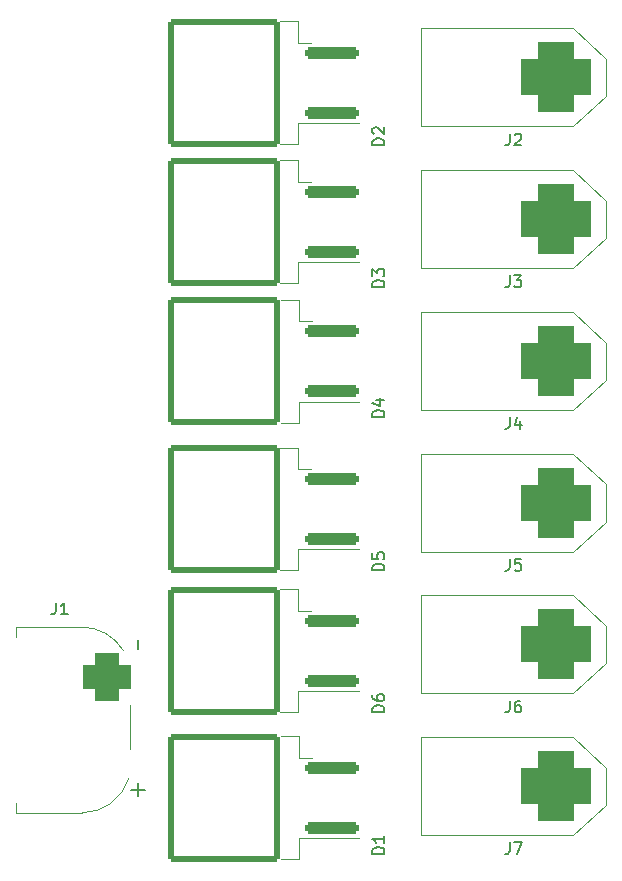
<source format=gto>
G04 #@! TF.GenerationSoftware,KiCad,Pcbnew,7.0.1*
G04 #@! TF.CreationDate,2023-04-21T09:31:29-07:00*
G04 #@! TF.ProjectId,xt60_array,78743630-5f61-4727-9261-792e6b696361,rev?*
G04 #@! TF.SameCoordinates,Original*
G04 #@! TF.FileFunction,Legend,Top*
G04 #@! TF.FilePolarity,Positive*
%FSLAX46Y46*%
G04 Gerber Fmt 4.6, Leading zero omitted, Abs format (unit mm)*
G04 Created by KiCad (PCBNEW 7.0.1) date 2023-04-21 09:31:29*
%MOMM*%
%LPD*%
G01*
G04 APERTURE LIST*
G04 Aperture macros list*
%AMRoundRect*
0 Rectangle with rounded corners*
0 $1 Rounding radius*
0 $2 $3 $4 $5 $6 $7 $8 $9 X,Y pos of 4 corners*
0 Add a 4 corners polygon primitive as box body*
4,1,4,$2,$3,$4,$5,$6,$7,$8,$9,$2,$3,0*
0 Add four circle primitives for the rounded corners*
1,1,$1+$1,$2,$3*
1,1,$1+$1,$4,$5*
1,1,$1+$1,$6,$7*
1,1,$1+$1,$8,$9*
0 Add four rect primitives between the rounded corners*
20,1,$1+$1,$2,$3,$4,$5,0*
20,1,$1+$1,$4,$5,$6,$7,0*
20,1,$1+$1,$6,$7,$8,$9,0*
20,1,$1+$1,$8,$9,$2,$3,0*%
G04 Aperture macros list end*
%ADD10C,0.150000*%
%ADD11C,0.120000*%
%ADD12RoundRect,0.250000X4.450000X5.150000X-4.450000X5.150000X-4.450000X-5.150000X4.450000X-5.150000X0*%
%ADD13RoundRect,0.275000X2.025000X0.275000X-2.025000X0.275000X-2.025000X-0.275000X2.025000X-0.275000X0*%
%ADD14C,2.500000*%
%ADD15RoundRect,1.500000X1.500000X1.500000X-1.500000X1.500000X-1.500000X-1.500000X1.500000X-1.500000X0*%
%ADD16C,6.000000*%
%ADD17R,2.000000X0.900000*%
%ADD18RoundRect,1.025000X1.025000X-1.025000X1.025000X1.025000X-1.025000X1.025000X-1.025000X-1.025000X0*%
%ADD19C,4.100000*%
G04 APERTURE END LIST*
D10*
X174462619Y-133738094D02*
X173462619Y-133738094D01*
X173462619Y-133738094D02*
X173462619Y-133499999D01*
X173462619Y-133499999D02*
X173510238Y-133357142D01*
X173510238Y-133357142D02*
X173605476Y-133261904D01*
X173605476Y-133261904D02*
X173700714Y-133214285D01*
X173700714Y-133214285D02*
X173891190Y-133166666D01*
X173891190Y-133166666D02*
X174034047Y-133166666D01*
X174034047Y-133166666D02*
X174224523Y-133214285D01*
X174224523Y-133214285D02*
X174319761Y-133261904D01*
X174319761Y-133261904D02*
X174415000Y-133357142D01*
X174415000Y-133357142D02*
X174462619Y-133499999D01*
X174462619Y-133499999D02*
X174462619Y-133738094D01*
X174462619Y-132214285D02*
X174462619Y-132785713D01*
X174462619Y-132499999D02*
X173462619Y-132499999D01*
X173462619Y-132499999D02*
X173605476Y-132595237D01*
X173605476Y-132595237D02*
X173700714Y-132690475D01*
X173700714Y-132690475D02*
X173748333Y-132785713D01*
X185066666Y-108762619D02*
X185066666Y-109476904D01*
X185066666Y-109476904D02*
X185019047Y-109619761D01*
X185019047Y-109619761D02*
X184923809Y-109715000D01*
X184923809Y-109715000D02*
X184780952Y-109762619D01*
X184780952Y-109762619D02*
X184685714Y-109762619D01*
X186019047Y-108762619D02*
X185542857Y-108762619D01*
X185542857Y-108762619D02*
X185495238Y-109238809D01*
X185495238Y-109238809D02*
X185542857Y-109191190D01*
X185542857Y-109191190D02*
X185638095Y-109143571D01*
X185638095Y-109143571D02*
X185876190Y-109143571D01*
X185876190Y-109143571D02*
X185971428Y-109191190D01*
X185971428Y-109191190D02*
X186019047Y-109238809D01*
X186019047Y-109238809D02*
X186066666Y-109334047D01*
X186066666Y-109334047D02*
X186066666Y-109572142D01*
X186066666Y-109572142D02*
X186019047Y-109667380D01*
X186019047Y-109667380D02*
X185971428Y-109715000D01*
X185971428Y-109715000D02*
X185876190Y-109762619D01*
X185876190Y-109762619D02*
X185638095Y-109762619D01*
X185638095Y-109762619D02*
X185542857Y-109715000D01*
X185542857Y-109715000D02*
X185495238Y-109667380D01*
X185066666Y-96762619D02*
X185066666Y-97476904D01*
X185066666Y-97476904D02*
X185019047Y-97619761D01*
X185019047Y-97619761D02*
X184923809Y-97715000D01*
X184923809Y-97715000D02*
X184780952Y-97762619D01*
X184780952Y-97762619D02*
X184685714Y-97762619D01*
X185971428Y-97095952D02*
X185971428Y-97762619D01*
X185733333Y-96715000D02*
X185495238Y-97429285D01*
X185495238Y-97429285D02*
X186114285Y-97429285D01*
X174462619Y-109738094D02*
X173462619Y-109738094D01*
X173462619Y-109738094D02*
X173462619Y-109499999D01*
X173462619Y-109499999D02*
X173510238Y-109357142D01*
X173510238Y-109357142D02*
X173605476Y-109261904D01*
X173605476Y-109261904D02*
X173700714Y-109214285D01*
X173700714Y-109214285D02*
X173891190Y-109166666D01*
X173891190Y-109166666D02*
X174034047Y-109166666D01*
X174034047Y-109166666D02*
X174224523Y-109214285D01*
X174224523Y-109214285D02*
X174319761Y-109261904D01*
X174319761Y-109261904D02*
X174415000Y-109357142D01*
X174415000Y-109357142D02*
X174462619Y-109499999D01*
X174462619Y-109499999D02*
X174462619Y-109738094D01*
X173462619Y-108261904D02*
X173462619Y-108738094D01*
X173462619Y-108738094D02*
X173938809Y-108785713D01*
X173938809Y-108785713D02*
X173891190Y-108738094D01*
X173891190Y-108738094D02*
X173843571Y-108642856D01*
X173843571Y-108642856D02*
X173843571Y-108404761D01*
X173843571Y-108404761D02*
X173891190Y-108309523D01*
X173891190Y-108309523D02*
X173938809Y-108261904D01*
X173938809Y-108261904D02*
X174034047Y-108214285D01*
X174034047Y-108214285D02*
X174272142Y-108214285D01*
X174272142Y-108214285D02*
X174367380Y-108261904D01*
X174367380Y-108261904D02*
X174415000Y-108309523D01*
X174415000Y-108309523D02*
X174462619Y-108404761D01*
X174462619Y-108404761D02*
X174462619Y-108642856D01*
X174462619Y-108642856D02*
X174415000Y-108738094D01*
X174415000Y-108738094D02*
X174367380Y-108785713D01*
X185066666Y-72762619D02*
X185066666Y-73476904D01*
X185066666Y-73476904D02*
X185019047Y-73619761D01*
X185019047Y-73619761D02*
X184923809Y-73715000D01*
X184923809Y-73715000D02*
X184780952Y-73762619D01*
X184780952Y-73762619D02*
X184685714Y-73762619D01*
X185495238Y-72857857D02*
X185542857Y-72810238D01*
X185542857Y-72810238D02*
X185638095Y-72762619D01*
X185638095Y-72762619D02*
X185876190Y-72762619D01*
X185876190Y-72762619D02*
X185971428Y-72810238D01*
X185971428Y-72810238D02*
X186019047Y-72857857D01*
X186019047Y-72857857D02*
X186066666Y-72953095D01*
X186066666Y-72953095D02*
X186066666Y-73048333D01*
X186066666Y-73048333D02*
X186019047Y-73191190D01*
X186019047Y-73191190D02*
X185447619Y-73762619D01*
X185447619Y-73762619D02*
X186066666Y-73762619D01*
X174462619Y-73738094D02*
X173462619Y-73738094D01*
X173462619Y-73738094D02*
X173462619Y-73499999D01*
X173462619Y-73499999D02*
X173510238Y-73357142D01*
X173510238Y-73357142D02*
X173605476Y-73261904D01*
X173605476Y-73261904D02*
X173700714Y-73214285D01*
X173700714Y-73214285D02*
X173891190Y-73166666D01*
X173891190Y-73166666D02*
X174034047Y-73166666D01*
X174034047Y-73166666D02*
X174224523Y-73214285D01*
X174224523Y-73214285D02*
X174319761Y-73261904D01*
X174319761Y-73261904D02*
X174415000Y-73357142D01*
X174415000Y-73357142D02*
X174462619Y-73499999D01*
X174462619Y-73499999D02*
X174462619Y-73738094D01*
X173557857Y-72785713D02*
X173510238Y-72738094D01*
X173510238Y-72738094D02*
X173462619Y-72642856D01*
X173462619Y-72642856D02*
X173462619Y-72404761D01*
X173462619Y-72404761D02*
X173510238Y-72309523D01*
X173510238Y-72309523D02*
X173557857Y-72261904D01*
X173557857Y-72261904D02*
X173653095Y-72214285D01*
X173653095Y-72214285D02*
X173748333Y-72214285D01*
X173748333Y-72214285D02*
X173891190Y-72261904D01*
X173891190Y-72261904D02*
X174462619Y-72833332D01*
X174462619Y-72833332D02*
X174462619Y-72214285D01*
X174462619Y-121738094D02*
X173462619Y-121738094D01*
X173462619Y-121738094D02*
X173462619Y-121499999D01*
X173462619Y-121499999D02*
X173510238Y-121357142D01*
X173510238Y-121357142D02*
X173605476Y-121261904D01*
X173605476Y-121261904D02*
X173700714Y-121214285D01*
X173700714Y-121214285D02*
X173891190Y-121166666D01*
X173891190Y-121166666D02*
X174034047Y-121166666D01*
X174034047Y-121166666D02*
X174224523Y-121214285D01*
X174224523Y-121214285D02*
X174319761Y-121261904D01*
X174319761Y-121261904D02*
X174415000Y-121357142D01*
X174415000Y-121357142D02*
X174462619Y-121499999D01*
X174462619Y-121499999D02*
X174462619Y-121738094D01*
X173462619Y-120309523D02*
X173462619Y-120499999D01*
X173462619Y-120499999D02*
X173510238Y-120595237D01*
X173510238Y-120595237D02*
X173557857Y-120642856D01*
X173557857Y-120642856D02*
X173700714Y-120738094D01*
X173700714Y-120738094D02*
X173891190Y-120785713D01*
X173891190Y-120785713D02*
X174272142Y-120785713D01*
X174272142Y-120785713D02*
X174367380Y-120738094D01*
X174367380Y-120738094D02*
X174415000Y-120690475D01*
X174415000Y-120690475D02*
X174462619Y-120595237D01*
X174462619Y-120595237D02*
X174462619Y-120404761D01*
X174462619Y-120404761D02*
X174415000Y-120309523D01*
X174415000Y-120309523D02*
X174367380Y-120261904D01*
X174367380Y-120261904D02*
X174272142Y-120214285D01*
X174272142Y-120214285D02*
X174034047Y-120214285D01*
X174034047Y-120214285D02*
X173938809Y-120261904D01*
X173938809Y-120261904D02*
X173891190Y-120309523D01*
X173891190Y-120309523D02*
X173843571Y-120404761D01*
X173843571Y-120404761D02*
X173843571Y-120595237D01*
X173843571Y-120595237D02*
X173891190Y-120690475D01*
X173891190Y-120690475D02*
X173938809Y-120738094D01*
X173938809Y-120738094D02*
X174034047Y-120785713D01*
X174462619Y-85738094D02*
X173462619Y-85738094D01*
X173462619Y-85738094D02*
X173462619Y-85499999D01*
X173462619Y-85499999D02*
X173510238Y-85357142D01*
X173510238Y-85357142D02*
X173605476Y-85261904D01*
X173605476Y-85261904D02*
X173700714Y-85214285D01*
X173700714Y-85214285D02*
X173891190Y-85166666D01*
X173891190Y-85166666D02*
X174034047Y-85166666D01*
X174034047Y-85166666D02*
X174224523Y-85214285D01*
X174224523Y-85214285D02*
X174319761Y-85261904D01*
X174319761Y-85261904D02*
X174415000Y-85357142D01*
X174415000Y-85357142D02*
X174462619Y-85499999D01*
X174462619Y-85499999D02*
X174462619Y-85738094D01*
X173462619Y-84833332D02*
X173462619Y-84214285D01*
X173462619Y-84214285D02*
X173843571Y-84547618D01*
X173843571Y-84547618D02*
X173843571Y-84404761D01*
X173843571Y-84404761D02*
X173891190Y-84309523D01*
X173891190Y-84309523D02*
X173938809Y-84261904D01*
X173938809Y-84261904D02*
X174034047Y-84214285D01*
X174034047Y-84214285D02*
X174272142Y-84214285D01*
X174272142Y-84214285D02*
X174367380Y-84261904D01*
X174367380Y-84261904D02*
X174415000Y-84309523D01*
X174415000Y-84309523D02*
X174462619Y-84404761D01*
X174462619Y-84404761D02*
X174462619Y-84690475D01*
X174462619Y-84690475D02*
X174415000Y-84785713D01*
X174415000Y-84785713D02*
X174367380Y-84833332D01*
X146666666Y-112462619D02*
X146666666Y-113176904D01*
X146666666Y-113176904D02*
X146619047Y-113319761D01*
X146619047Y-113319761D02*
X146523809Y-113415000D01*
X146523809Y-113415000D02*
X146380952Y-113462619D01*
X146380952Y-113462619D02*
X146285714Y-113462619D01*
X147666666Y-113462619D02*
X147095238Y-113462619D01*
X147380952Y-113462619D02*
X147380952Y-112462619D01*
X147380952Y-112462619D02*
X147285714Y-112605476D01*
X147285714Y-112605476D02*
X147190476Y-112700714D01*
X147190476Y-112700714D02*
X147095238Y-112748333D01*
X153622500Y-128871428D02*
X153622500Y-127728571D01*
X154193928Y-128299999D02*
X153051071Y-128299999D01*
X153581666Y-116380951D02*
X153581666Y-115619047D01*
X185066666Y-84762619D02*
X185066666Y-85476904D01*
X185066666Y-85476904D02*
X185019047Y-85619761D01*
X185019047Y-85619761D02*
X184923809Y-85715000D01*
X184923809Y-85715000D02*
X184780952Y-85762619D01*
X184780952Y-85762619D02*
X184685714Y-85762619D01*
X185447619Y-84762619D02*
X186066666Y-84762619D01*
X186066666Y-84762619D02*
X185733333Y-85143571D01*
X185733333Y-85143571D02*
X185876190Y-85143571D01*
X185876190Y-85143571D02*
X185971428Y-85191190D01*
X185971428Y-85191190D02*
X186019047Y-85238809D01*
X186019047Y-85238809D02*
X186066666Y-85334047D01*
X186066666Y-85334047D02*
X186066666Y-85572142D01*
X186066666Y-85572142D02*
X186019047Y-85667380D01*
X186019047Y-85667380D02*
X185971428Y-85715000D01*
X185971428Y-85715000D02*
X185876190Y-85762619D01*
X185876190Y-85762619D02*
X185590476Y-85762619D01*
X185590476Y-85762619D02*
X185495238Y-85715000D01*
X185495238Y-85715000D02*
X185447619Y-85667380D01*
X185066666Y-120762619D02*
X185066666Y-121476904D01*
X185066666Y-121476904D02*
X185019047Y-121619761D01*
X185019047Y-121619761D02*
X184923809Y-121715000D01*
X184923809Y-121715000D02*
X184780952Y-121762619D01*
X184780952Y-121762619D02*
X184685714Y-121762619D01*
X185971428Y-120762619D02*
X185780952Y-120762619D01*
X185780952Y-120762619D02*
X185685714Y-120810238D01*
X185685714Y-120810238D02*
X185638095Y-120857857D01*
X185638095Y-120857857D02*
X185542857Y-121000714D01*
X185542857Y-121000714D02*
X185495238Y-121191190D01*
X185495238Y-121191190D02*
X185495238Y-121572142D01*
X185495238Y-121572142D02*
X185542857Y-121667380D01*
X185542857Y-121667380D02*
X185590476Y-121715000D01*
X185590476Y-121715000D02*
X185685714Y-121762619D01*
X185685714Y-121762619D02*
X185876190Y-121762619D01*
X185876190Y-121762619D02*
X185971428Y-121715000D01*
X185971428Y-121715000D02*
X186019047Y-121667380D01*
X186019047Y-121667380D02*
X186066666Y-121572142D01*
X186066666Y-121572142D02*
X186066666Y-121334047D01*
X186066666Y-121334047D02*
X186019047Y-121238809D01*
X186019047Y-121238809D02*
X185971428Y-121191190D01*
X185971428Y-121191190D02*
X185876190Y-121143571D01*
X185876190Y-121143571D02*
X185685714Y-121143571D01*
X185685714Y-121143571D02*
X185590476Y-121191190D01*
X185590476Y-121191190D02*
X185542857Y-121238809D01*
X185542857Y-121238809D02*
X185495238Y-121334047D01*
X174462619Y-96738094D02*
X173462619Y-96738094D01*
X173462619Y-96738094D02*
X173462619Y-96499999D01*
X173462619Y-96499999D02*
X173510238Y-96357142D01*
X173510238Y-96357142D02*
X173605476Y-96261904D01*
X173605476Y-96261904D02*
X173700714Y-96214285D01*
X173700714Y-96214285D02*
X173891190Y-96166666D01*
X173891190Y-96166666D02*
X174034047Y-96166666D01*
X174034047Y-96166666D02*
X174224523Y-96214285D01*
X174224523Y-96214285D02*
X174319761Y-96261904D01*
X174319761Y-96261904D02*
X174415000Y-96357142D01*
X174415000Y-96357142D02*
X174462619Y-96499999D01*
X174462619Y-96499999D02*
X174462619Y-96738094D01*
X173795952Y-95309523D02*
X174462619Y-95309523D01*
X173415000Y-95547618D02*
X174129285Y-95785713D01*
X174129285Y-95785713D02*
X174129285Y-95166666D01*
X185066666Y-132762619D02*
X185066666Y-133476904D01*
X185066666Y-133476904D02*
X185019047Y-133619761D01*
X185019047Y-133619761D02*
X184923809Y-133715000D01*
X184923809Y-133715000D02*
X184780952Y-133762619D01*
X184780952Y-133762619D02*
X184685714Y-133762619D01*
X185447619Y-132762619D02*
X186114285Y-132762619D01*
X186114285Y-132762619D02*
X185685714Y-133762619D01*
D11*
X167225000Y-134200000D02*
X167225000Y-132390000D01*
X167225000Y-132390000D02*
X172350000Y-132390000D01*
X167225000Y-125610000D02*
X168325000Y-125610000D01*
X167225000Y-123800000D02*
X167225000Y-125610000D01*
X165725000Y-134200000D02*
X167225000Y-134200000D01*
X165725000Y-123800000D02*
X167225000Y-123800000D01*
X193250000Y-105600000D02*
X193250000Y-102450000D01*
X193250000Y-102450000D02*
X190400000Y-99850000D01*
X190400000Y-108150000D02*
X193250000Y-105600000D01*
X190400000Y-99850000D02*
X177550000Y-99850000D01*
X177550000Y-108150000D02*
X190400000Y-108150000D01*
X177550000Y-99850000D02*
X177550000Y-108150000D01*
X193250000Y-93600000D02*
X193250000Y-90450000D01*
X193250000Y-90450000D02*
X190400000Y-87850000D01*
X190400000Y-96150000D02*
X193250000Y-93600000D01*
X190400000Y-87850000D02*
X177550000Y-87850000D01*
X177550000Y-96150000D02*
X190400000Y-96150000D01*
X177550000Y-87850000D02*
X177550000Y-96150000D01*
X167175000Y-109740000D02*
X167175000Y-107930000D01*
X167175000Y-107930000D02*
X172300000Y-107930000D01*
X167175000Y-101150000D02*
X168275000Y-101150000D01*
X167175000Y-99340000D02*
X167175000Y-101150000D01*
X165675000Y-109740000D02*
X167175000Y-109740000D01*
X165675000Y-99340000D02*
X167175000Y-99340000D01*
X193250000Y-69600000D02*
X193250000Y-66450000D01*
X193250000Y-66450000D02*
X190400000Y-63850000D01*
X190400000Y-72150000D02*
X193250000Y-69600000D01*
X190400000Y-63850000D02*
X177550000Y-63850000D01*
X177550000Y-72150000D02*
X190400000Y-72150000D01*
X177550000Y-63850000D02*
X177550000Y-72150000D01*
X167175000Y-73660000D02*
X167175000Y-71850000D01*
X167175000Y-71850000D02*
X172300000Y-71850000D01*
X167175000Y-65070000D02*
X168275000Y-65070000D01*
X167175000Y-63260000D02*
X167175000Y-65070000D01*
X165675000Y-73660000D02*
X167175000Y-73660000D01*
X165675000Y-63260000D02*
X167175000Y-63260000D01*
X167175000Y-121740000D02*
X167175000Y-119930000D01*
X167175000Y-119930000D02*
X172300000Y-119930000D01*
X167175000Y-113150000D02*
X168275000Y-113150000D01*
X167175000Y-111340000D02*
X167175000Y-113150000D01*
X165675000Y-121740000D02*
X167175000Y-121740000D01*
X165675000Y-111340000D02*
X167175000Y-111340000D01*
X167175000Y-85425000D02*
X167175000Y-83615000D01*
X167175000Y-83615000D02*
X172300000Y-83615000D01*
X167175000Y-76835000D02*
X168275000Y-76835000D01*
X167175000Y-75025000D02*
X167175000Y-76835000D01*
X165675000Y-85425000D02*
X167175000Y-85425000D01*
X165675000Y-75025000D02*
X167175000Y-75025000D01*
X143240000Y-130260000D02*
X148850000Y-130260000D01*
X143240000Y-130260000D02*
X143240000Y-129410000D01*
X152960000Y-124850000D02*
X152960000Y-121110000D01*
X143240000Y-115390000D02*
X143240000Y-114540000D01*
X143240000Y-114540000D02*
X148850000Y-114540000D01*
X148850000Y-130259999D02*
G75*
G03*
X152808718Y-127389900I40002J4109997D01*
G01*
X152372958Y-116533194D02*
G75*
G03*
X148850000Y-114540000I-3522958J-2116806D01*
G01*
X193250000Y-81600000D02*
X193250000Y-78450000D01*
X193250000Y-78450000D02*
X190400000Y-75850000D01*
X190400000Y-84150000D02*
X193250000Y-81600000D01*
X190400000Y-75850000D02*
X177550000Y-75850000D01*
X177550000Y-84150000D02*
X190400000Y-84150000D01*
X177550000Y-75850000D02*
X177550000Y-84150000D01*
X193250000Y-117600000D02*
X193250000Y-114450000D01*
X193250000Y-114450000D02*
X190400000Y-111850000D01*
X190400000Y-120150000D02*
X193250000Y-117600000D01*
X190400000Y-111850000D02*
X177550000Y-111850000D01*
X177550000Y-120150000D02*
X190400000Y-120150000D01*
X177550000Y-111850000D02*
X177550000Y-120150000D01*
X167225000Y-97250000D02*
X167225000Y-95440000D01*
X167225000Y-95440000D02*
X172350000Y-95440000D01*
X167225000Y-88660000D02*
X168325000Y-88660000D01*
X167225000Y-86850000D02*
X167225000Y-88660000D01*
X165725000Y-97250000D02*
X167225000Y-97250000D01*
X165725000Y-86850000D02*
X167225000Y-86850000D01*
X193250000Y-129600000D02*
X193250000Y-126450000D01*
X193250000Y-126450000D02*
X190400000Y-123850000D01*
X190400000Y-132150000D02*
X193250000Y-129600000D01*
X190400000Y-123850000D02*
X177550000Y-123850000D01*
X177550000Y-132150000D02*
X190400000Y-132150000D01*
X177550000Y-123850000D02*
X177550000Y-132150000D01*
%LPC*%
D12*
X160900000Y-129000000D03*
D13*
X170050000Y-131540000D03*
X170050000Y-126460000D03*
D14*
X191000000Y-136000000D03*
D15*
X189000000Y-104000000D03*
D16*
X181800000Y-104000000D03*
D14*
X191000000Y-56000000D03*
D15*
X189000000Y-92000000D03*
D16*
X181800000Y-92000000D03*
D14*
X147000000Y-136000000D03*
D12*
X160850000Y-104540000D03*
D13*
X170000000Y-107080000D03*
X170000000Y-102000000D03*
D15*
X189000000Y-68000000D03*
D16*
X181800000Y-68000000D03*
D12*
X160850000Y-68460000D03*
D13*
X170000000Y-71000000D03*
X170000000Y-65920000D03*
D12*
X160850000Y-116540000D03*
D13*
X170000000Y-119080000D03*
X170000000Y-114000000D03*
D14*
X147000000Y-56000000D03*
D12*
X160850000Y-80225000D03*
D13*
X170000000Y-82765000D03*
X170000000Y-77685000D03*
D17*
X145000000Y-129150000D03*
X145000000Y-115650000D03*
D18*
X151000000Y-118800000D03*
D19*
X151000000Y-126000000D03*
D15*
X189000000Y-80000000D03*
D16*
X181800000Y-80000000D03*
D15*
X189000000Y-116000000D03*
D16*
X181800000Y-116000000D03*
D12*
X160900000Y-92050000D03*
D13*
X170050000Y-94590000D03*
X170050000Y-89510000D03*
D15*
X189000000Y-128000000D03*
D16*
X181800000Y-128000000D03*
M02*

</source>
